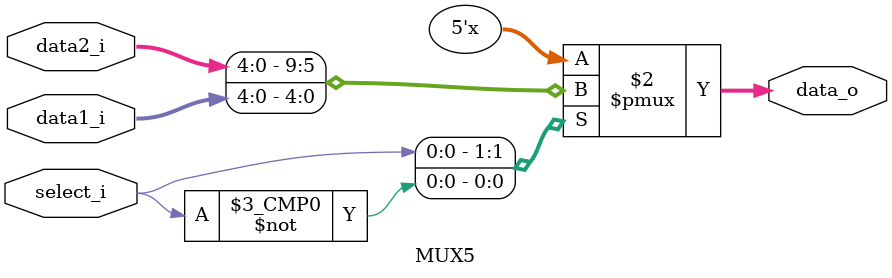
<source format=v>
module MUX5
(
	data1_i,
    data2_i,
    select_i,
    data_o
);

input	[4:0]	data1_i, data2_i;
input			select_i;
output	[4:0]	data_o;

reg		[4:0]	data_o;

always @(data1_i or data2_i or select_i) begin
	case(select_i)
		1: data_o = data2_i;
		0: data_o = data1_i;
	endcase
end

endmodule
</source>
